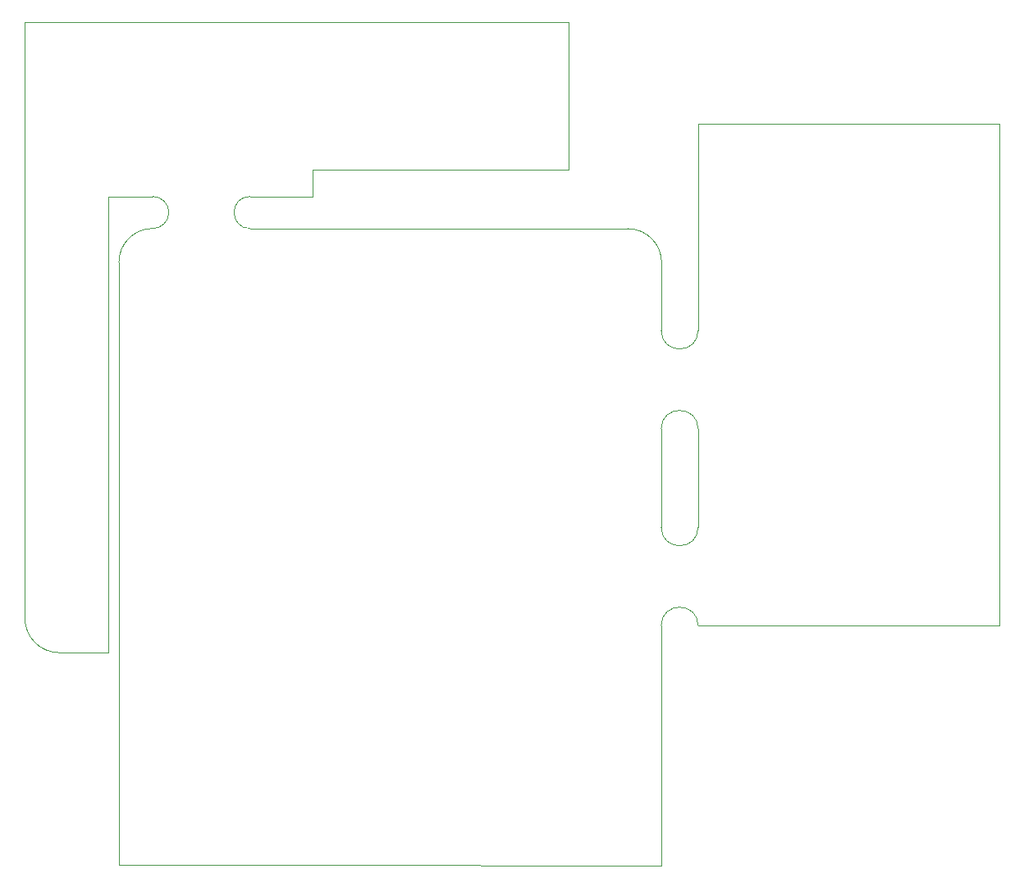
<source format=gm1>
%TF.GenerationSoftware,KiCad,Pcbnew,(6.0.7)*%
%TF.CreationDate,2022-08-29T12:50:00+02:00*%
%TF.ProjectId,pi_shield,70695f73-6869-4656-9c64-2e6b69636164,rev?*%
%TF.SameCoordinates,Original*%
%TF.FileFunction,Profile,NP*%
%FSLAX46Y46*%
G04 Gerber Fmt 4.6, Leading zero omitted, Abs format (unit mm)*
G04 Created by KiCad (PCBNEW (6.0.7)) date 2022-08-29 12:50:00*
%MOMM*%
%LPD*%
G01*
G04 APERTURE LIST*
%TA.AperFunction,Profile*%
%ADD10C,0.100000*%
%TD*%
G04 APERTURE END LIST*
D10*
X205105000Y-45974000D02*
X205105000Y-57150000D01*
X204978000Y-45974000D02*
X205105000Y-45974000D01*
X173990000Y-45974000D02*
X204978000Y-45974000D01*
X173990000Y-57150000D02*
X173990000Y-45974000D01*
X140843000Y-35433000D02*
X104775000Y-35433000D01*
X114220000Y-60290000D02*
X114220000Y-122540000D01*
X140843000Y-35433000D02*
X160655000Y-35433000D01*
X134239000Y-50673000D02*
X134239000Y-53467000D01*
X104775000Y-35433000D02*
X104521000Y-35433000D01*
X173990000Y-67310000D02*
X173990000Y-57150000D01*
X113157000Y-53467000D02*
X117729000Y-53467000D01*
X173990000Y-97790000D02*
G75*
G03*
X170180000Y-97790000I-1905000J0D01*
G01*
X173990000Y-77470000D02*
X173990000Y-87630000D01*
X170220357Y-60290000D02*
G75*
G03*
X166770000Y-56790000I-3500357J0D01*
G01*
X127762000Y-53467000D02*
X134239000Y-53467000D01*
X111379000Y-100584000D02*
X113157000Y-100584000D01*
X170180000Y-67310000D02*
X170220357Y-60290000D01*
X160655000Y-35433000D02*
X160655000Y-50673000D01*
X170180000Y-87630000D02*
G75*
G03*
X173990000Y-87630000I1905000J0D01*
G01*
X113157000Y-100584000D02*
X113157000Y-53467000D01*
X127762000Y-56769000D02*
X166770000Y-56790000D01*
X127762000Y-53467000D02*
G75*
G03*
X127762000Y-56769000I0J-1651000D01*
G01*
X170180000Y-67310000D02*
G75*
G03*
X173990000Y-67310000I1905000J0D01*
G01*
X117720113Y-56768976D02*
G75*
G03*
X117729000Y-53467000I8887J1650976D01*
G01*
X173990000Y-77470000D02*
G75*
G03*
X170180000Y-77470000I-1905000J0D01*
G01*
X160655000Y-50673000D02*
X135255000Y-50673000D01*
X135255000Y-50673000D02*
X134239000Y-50673000D01*
X170180000Y-87630000D02*
X170180000Y-77470000D01*
X117720113Y-56768978D02*
G75*
G03*
X114220000Y-60290000I-3J-3500172D01*
G01*
X170180000Y-122555000D02*
X170180000Y-97790000D01*
X104521000Y-97028000D02*
G75*
G03*
X108077000Y-100584000I3556000J0D01*
G01*
X202565000Y-97790000D02*
X173990000Y-97790000D01*
X114220000Y-122540000D02*
X133220000Y-122540000D01*
X108077000Y-100584000D02*
X111379000Y-100584000D01*
X202565000Y-97790000D02*
X205105000Y-97790000D01*
X104521000Y-35433000D02*
X104521000Y-97028000D01*
X205105000Y-97790000D02*
X205105000Y-57150000D01*
X133220000Y-122540000D02*
X170180000Y-122555000D01*
M02*

</source>
